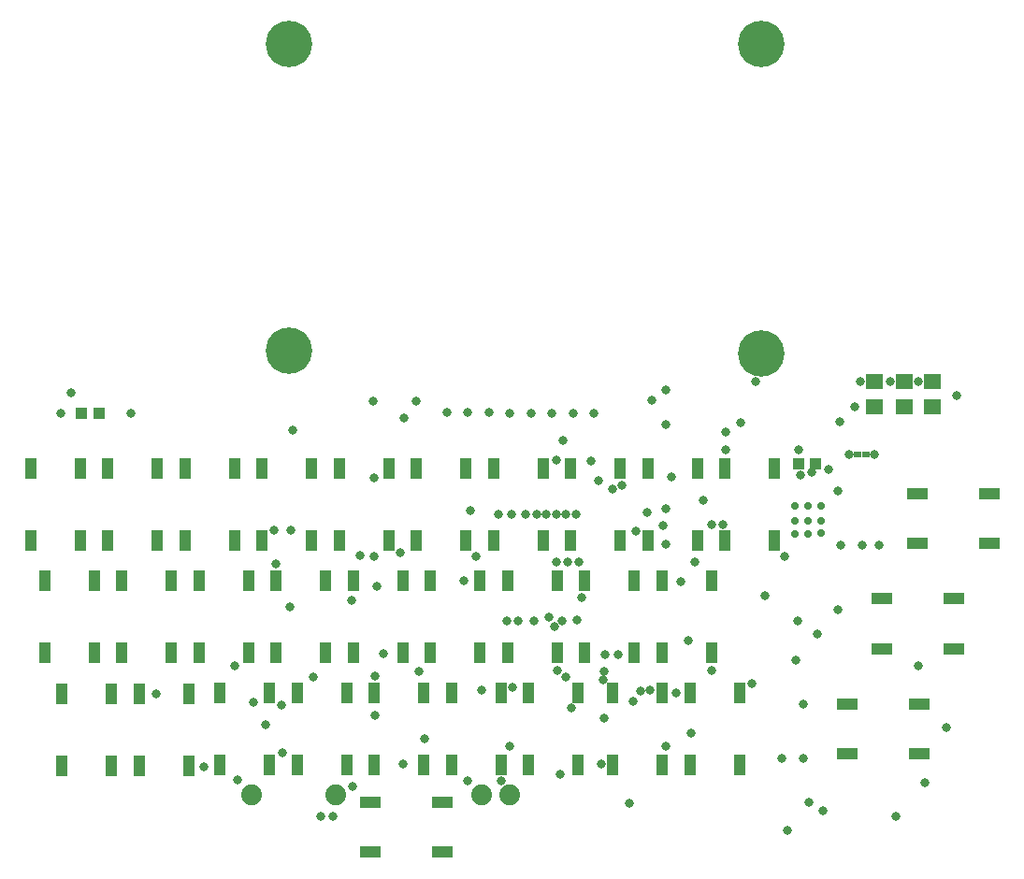
<source format=gts>
G04 Layer_Color=8388736*
%FSTAX24Y24*%
%MOIN*%
G70*
G01*
G75*
%ADD47R,0.0415X0.0415*%
%ADD48R,0.0630X0.0580*%
%ADD49R,0.0430X0.0780*%
%ADD50R,0.0780X0.0430*%
%ADD51R,0.0277X0.0198*%
%ADD52C,0.0741*%
%ADD53C,0.0316*%
%ADD54C,0.1655*%
%ADD55C,0.0277*%
D47*
X051605Y0277D02*
D03*
X050995D02*
D03*
X025445Y0295D02*
D03*
X026055D02*
D03*
D48*
X05475Y02975D02*
D03*
Y03065D02*
D03*
X05575Y02975D02*
D03*
Y03065D02*
D03*
X0537Y02975D02*
D03*
Y03065D02*
D03*
D49*
X046136Y01953D02*
D03*
Y01697D02*
D03*
X044364Y01953D02*
D03*
Y01697D02*
D03*
X025886Y02353D02*
D03*
Y02097D02*
D03*
X024114Y02353D02*
D03*
Y02097D02*
D03*
X037636Y01953D02*
D03*
Y01697D02*
D03*
X035864Y01953D02*
D03*
Y01697D02*
D03*
X047114D02*
D03*
Y01953D02*
D03*
X048886Y01697D02*
D03*
Y01953D02*
D03*
X031386Y02353D02*
D03*
Y02097D02*
D03*
X029614Y02353D02*
D03*
Y02097D02*
D03*
X030886Y02753D02*
D03*
Y02497D02*
D03*
X029114Y02753D02*
D03*
Y02497D02*
D03*
X034136Y02353D02*
D03*
Y02097D02*
D03*
X032364Y02353D02*
D03*
Y02097D02*
D03*
X036886Y02353D02*
D03*
Y02097D02*
D03*
X035114Y02353D02*
D03*
Y02097D02*
D03*
X044636Y02753D02*
D03*
Y02497D02*
D03*
X042864Y02753D02*
D03*
Y02497D02*
D03*
X042386Y02353D02*
D03*
Y02097D02*
D03*
X040614Y02353D02*
D03*
Y02097D02*
D03*
X047886Y02353D02*
D03*
Y02097D02*
D03*
X046114Y02353D02*
D03*
Y02097D02*
D03*
X043136Y01953D02*
D03*
Y01697D02*
D03*
X041364Y01953D02*
D03*
Y01697D02*
D03*
X040386Y01953D02*
D03*
Y01697D02*
D03*
X038614Y01953D02*
D03*
Y01697D02*
D03*
X047386Y02753D02*
D03*
Y02497D02*
D03*
X045614Y02753D02*
D03*
Y02497D02*
D03*
X050136Y02753D02*
D03*
Y02497D02*
D03*
X048364Y02753D02*
D03*
Y02497D02*
D03*
X025386Y02753D02*
D03*
Y02497D02*
D03*
X023614Y02753D02*
D03*
Y02497D02*
D03*
X033636Y02753D02*
D03*
Y02497D02*
D03*
X031864Y02753D02*
D03*
Y02497D02*
D03*
X028636Y02353D02*
D03*
Y02097D02*
D03*
X026864Y02353D02*
D03*
Y02097D02*
D03*
X036386Y02753D02*
D03*
Y02497D02*
D03*
X034614Y02753D02*
D03*
Y02497D02*
D03*
X041886Y02753D02*
D03*
Y02497D02*
D03*
X040114Y02753D02*
D03*
Y02497D02*
D03*
X034886Y01953D02*
D03*
Y01697D02*
D03*
X033114Y01953D02*
D03*
Y01697D02*
D03*
X029272Y0195D02*
D03*
Y016941D02*
D03*
X0275Y0195D02*
D03*
Y016941D02*
D03*
X039136Y02753D02*
D03*
Y02497D02*
D03*
X037364Y02753D02*
D03*
Y02497D02*
D03*
X0265Y0195D02*
D03*
Y016941D02*
D03*
X024728Y0195D02*
D03*
Y016941D02*
D03*
X045136Y02353D02*
D03*
Y02097D02*
D03*
X043364Y02353D02*
D03*
Y02097D02*
D03*
X028136Y02753D02*
D03*
Y02497D02*
D03*
X026364Y02753D02*
D03*
Y02497D02*
D03*
X039636Y02353D02*
D03*
Y02097D02*
D03*
X037864Y02353D02*
D03*
Y02097D02*
D03*
X032136Y01953D02*
D03*
Y01697D02*
D03*
X030364Y01953D02*
D03*
Y01697D02*
D03*
D50*
X05522Y026636D02*
D03*
X05778D02*
D03*
X05522Y024864D02*
D03*
X05778D02*
D03*
X05653Y021114D02*
D03*
X05397D02*
D03*
X05653Y022886D02*
D03*
X05397D02*
D03*
X05528Y017364D02*
D03*
X05272D02*
D03*
X05528Y019136D02*
D03*
X05272D02*
D03*
X03572Y015636D02*
D03*
X03828D02*
D03*
X03572Y013864D02*
D03*
X03828D02*
D03*
D51*
X053388Y02805D02*
D03*
X053112D02*
D03*
D52*
X0407Y0159D02*
D03*
X0397D02*
D03*
X0345Y015896D02*
D03*
X0315D02*
D03*
D53*
X0476Y0264D02*
D03*
X0479Y02555D02*
D03*
X0483D02*
D03*
X0272Y0295D02*
D03*
X05425Y03065D02*
D03*
X0532D02*
D03*
X05525D02*
D03*
X03845Y02955D02*
D03*
X0392D02*
D03*
X04145Y0295D02*
D03*
X04295D02*
D03*
X0437D02*
D03*
X0422D02*
D03*
X0407D02*
D03*
X03995Y02955D02*
D03*
X05205Y0275D02*
D03*
X05145Y0274D02*
D03*
X0528Y02805D02*
D03*
X0537D02*
D03*
X04625Y0291D02*
D03*
X031Y01645D02*
D03*
X0247Y0295D02*
D03*
X02505Y03025D02*
D03*
X0424Y02035D02*
D03*
X0403Y0259D02*
D03*
X04385Y0271D02*
D03*
X04315Y0242D02*
D03*
X05625Y0183D02*
D03*
X05115Y0172D02*
D03*
X05185Y01535D02*
D03*
X05135Y01565D02*
D03*
X0505Y0244D02*
D03*
X05105Y0273D02*
D03*
X0555Y01635D02*
D03*
X0281Y0195D02*
D03*
X04075Y0259D02*
D03*
X04235Y02785D02*
D03*
X0359Y01875D02*
D03*
X03745Y0203D02*
D03*
X03905Y02355D02*
D03*
X03585Y0244D02*
D03*
X03235Y02415D02*
D03*
X0323Y02535D02*
D03*
X0329D02*
D03*
X0509Y0207D02*
D03*
X05525Y0205D02*
D03*
X0468Y0235D02*
D03*
X0404Y0164D02*
D03*
X03535Y02445D02*
D03*
X03595Y02335D02*
D03*
X0309Y0205D02*
D03*
X0504Y0172D02*
D03*
X04715Y0181D02*
D03*
X05095Y0221D02*
D03*
X0479Y02035D02*
D03*
X03765Y0179D02*
D03*
X0397Y01965D02*
D03*
X0421Y02225D02*
D03*
X0426Y02855D02*
D03*
X032Y0184D02*
D03*
X0457Y01965D02*
D03*
X04125Y0259D02*
D03*
X04435Y0268D02*
D03*
X04235Y0259D02*
D03*
X0427D02*
D03*
X03585Y0272D02*
D03*
X0431Y02215D02*
D03*
X0525Y0248D02*
D03*
X05115Y01915D02*
D03*
X03255Y0191D02*
D03*
X0369Y017D02*
D03*
X044966Y015616D02*
D03*
X0362Y02095D02*
D03*
X0298Y0169D02*
D03*
X0326Y0174D02*
D03*
X04235Y0242D02*
D03*
X04275D02*
D03*
X04165Y0259D02*
D03*
X04305D02*
D03*
X042D02*
D03*
X03505Y02285D02*
D03*
X04625Y02485D02*
D03*
X0359Y02015D02*
D03*
X03735Y02995D02*
D03*
X0392Y0164D02*
D03*
X04325Y02295D02*
D03*
X0441Y0209D02*
D03*
X04455D02*
D03*
X03395Y01515D02*
D03*
X0344D02*
D03*
X0393Y02605D02*
D03*
X0484Y0282D02*
D03*
X0337Y0201D02*
D03*
X03155Y0192D02*
D03*
X04625Y01765D02*
D03*
X04535Y0196D02*
D03*
X046628Y01955D02*
D03*
X053Y02975D02*
D03*
X05245Y0292D02*
D03*
X0506Y01465D02*
D03*
X04255Y0221D02*
D03*
X0423Y0219D02*
D03*
X03285Y0226D02*
D03*
X04645Y02725D02*
D03*
X0436Y0278D02*
D03*
X0368Y02455D02*
D03*
X054453Y015147D02*
D03*
X052395Y02675D02*
D03*
X0456Y025959D02*
D03*
X0452Y0253D02*
D03*
X04615Y0255D02*
D03*
X04291Y018986D02*
D03*
X04405Y01865D02*
D03*
X044025Y019989D02*
D03*
X04405Y0203D02*
D03*
X0427Y0201D02*
D03*
X05385Y0248D02*
D03*
X05325D02*
D03*
X0524Y0225D02*
D03*
X040698Y017652D02*
D03*
X04933Y01986D02*
D03*
X04894Y02918D02*
D03*
X0447Y02695D02*
D03*
X04625Y03035D02*
D03*
X04577Y02996D02*
D03*
X0451Y01925D02*
D03*
X0425Y01665D02*
D03*
X0406Y0221D02*
D03*
X04155D02*
D03*
X03951Y02441D02*
D03*
X041Y0221D02*
D03*
X03583Y02995D02*
D03*
X03693Y02932D02*
D03*
X04396Y01701D02*
D03*
X05663Y03015D02*
D03*
X0351Y0162D02*
D03*
X0408Y01975D02*
D03*
X04705Y0214D02*
D03*
X05165Y02165D02*
D03*
X04945Y03065D02*
D03*
X051Y0282D02*
D03*
X0484Y02885D02*
D03*
X03295Y0289D02*
D03*
X0498Y023D02*
D03*
X0473Y0242D02*
D03*
X04625Y0261D02*
D03*
D54*
X04965Y03165D02*
D03*
X049657Y042672D02*
D03*
X032826D02*
D03*
Y031746D02*
D03*
D55*
X05179Y02566D02*
D03*
X05134D02*
D03*
Y02521D02*
D03*
X05087D02*
D03*
X05134Y02621D02*
D03*
X05179D02*
D03*
X05087Y02566D02*
D03*
Y02621D02*
D03*
X05179Y02522D02*
D03*
M02*

</source>
